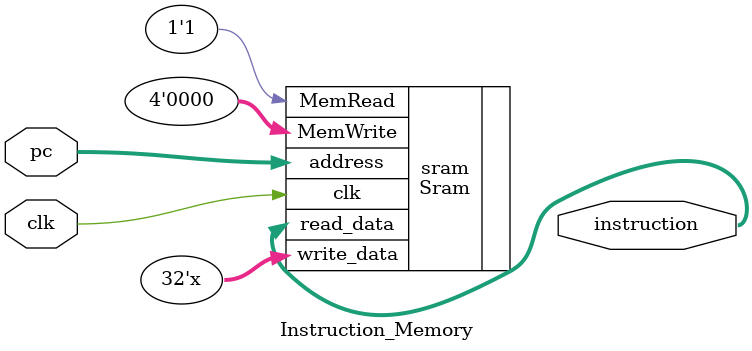
<source format=v>
`include "defines.v"
`include "Sram.v"

module Instruction_Memory(
    input         clk,
    input  [31:0] pc,
    output [31:0] instruction
);
    Sram sram(
        .clk(clk),
        .MemRead(1'b1),
        .MemWrite(4'b0),
        .address(pc),
        .write_data(32'bz),
        .read_data(instruction)
    );

endmodule

</source>
